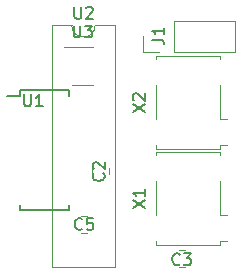
<source format=gbr>
G04 #@! TF.GenerationSoftware,KiCad,Pcbnew,(5.1.5)-3*
G04 #@! TF.CreationDate,2020-06-21T14:40:10-04:00*
G04 #@! TF.ProjectId,8701Duo,38373031-4475-46f2-9e6b-696361645f70,rev?*
G04 #@! TF.SameCoordinates,Original*
G04 #@! TF.FileFunction,Legend,Top*
G04 #@! TF.FilePolarity,Positive*
%FSLAX46Y46*%
G04 Gerber Fmt 4.6, Leading zero omitted, Abs format (unit mm)*
G04 Created by KiCad (PCBNEW (5.1.5)-3) date 2020-06-21 14:40:10*
%MOMM*%
%LPD*%
G04 APERTURE LIST*
%ADD10C,0.120000*%
%ADD11C,0.150000*%
G04 APERTURE END LIST*
D10*
X85840500Y-71747748D02*
X85840500Y-72270252D01*
X87260500Y-71747748D02*
X87260500Y-72270252D01*
X97913500Y-61909000D02*
X97913500Y-59249000D01*
X92773500Y-61909000D02*
X97913500Y-61909000D01*
X92773500Y-59249000D02*
X97913500Y-59249000D01*
X92773500Y-61909000D02*
X92773500Y-59249000D01*
X91503500Y-61909000D02*
X90173500Y-61909000D01*
X90173500Y-61909000D02*
X90173500Y-60579000D01*
D11*
X79713000Y-65151000D02*
X79713000Y-65631000D01*
X83863000Y-65151000D02*
X83863000Y-65631000D01*
X83863000Y-75311000D02*
X83863000Y-74831000D01*
X79713000Y-75311000D02*
X79713000Y-74831000D01*
X79713000Y-65151000D02*
X83863000Y-65151000D01*
X79713000Y-75311000D02*
X83863000Y-75311000D01*
X79713000Y-65631000D02*
X78588000Y-65631000D01*
D10*
X86090000Y-59630000D02*
G75*
G02X84090000Y-59630000I-1000000J0D01*
G01*
X84090000Y-59630000D02*
X82440000Y-59630000D01*
X82440000Y-59630000D02*
X82440000Y-80070000D01*
X82440000Y-80070000D02*
X87740000Y-80070000D01*
X87740000Y-80070000D02*
X87740000Y-59630000D01*
X87740000Y-59630000D02*
X86090000Y-59630000D01*
X84892248Y-75807500D02*
X85414752Y-75807500D01*
X84892248Y-77227500D02*
X85414752Y-77227500D01*
X96616500Y-75735000D02*
X97216500Y-75735000D01*
X96616500Y-72855000D02*
X96616500Y-75735000D01*
X91216500Y-78245000D02*
X91216500Y-77935000D01*
X96616500Y-78245000D02*
X91216500Y-78245000D01*
X96616500Y-77935000D02*
X96616500Y-78245000D01*
X97216500Y-77935000D02*
X96616500Y-77935000D01*
X91216500Y-75735000D02*
X91216500Y-72855000D01*
X96616500Y-70345000D02*
X96616500Y-70655000D01*
X91216500Y-70345000D02*
X96616500Y-70345000D01*
X91216500Y-70655000D02*
X91216500Y-70345000D01*
X91216500Y-62527000D02*
X91216500Y-62217000D01*
X91216500Y-62217000D02*
X96616500Y-62217000D01*
X96616500Y-62217000D02*
X96616500Y-62527000D01*
X91216500Y-67607000D02*
X91216500Y-64727000D01*
X97216500Y-69807000D02*
X96616500Y-69807000D01*
X96616500Y-69807000D02*
X96616500Y-70117000D01*
X96616500Y-70117000D02*
X91216500Y-70117000D01*
X91216500Y-70117000D02*
X91216500Y-69807000D01*
X96616500Y-64727000D02*
X96616500Y-67607000D01*
X96616500Y-67607000D02*
X97216500Y-67607000D01*
X93669752Y-80085000D02*
X93147248Y-80085000D01*
X93669752Y-78665000D02*
X93147248Y-78665000D01*
X84126500Y-64729000D02*
X85926500Y-64729000D01*
X85926500Y-61509000D02*
X83476500Y-61509000D01*
D11*
X86780642Y-72175666D02*
X86828261Y-72223285D01*
X86875880Y-72366142D01*
X86875880Y-72461380D01*
X86828261Y-72604238D01*
X86733023Y-72699476D01*
X86637785Y-72747095D01*
X86447309Y-72794714D01*
X86304452Y-72794714D01*
X86113976Y-72747095D01*
X86018738Y-72699476D01*
X85923500Y-72604238D01*
X85875880Y-72461380D01*
X85875880Y-72366142D01*
X85923500Y-72223285D01*
X85971119Y-72175666D01*
X85971119Y-71794714D02*
X85923500Y-71747095D01*
X85875880Y-71651857D01*
X85875880Y-71413761D01*
X85923500Y-71318523D01*
X85971119Y-71270904D01*
X86066357Y-71223285D01*
X86161595Y-71223285D01*
X86304452Y-71270904D01*
X86875880Y-71842333D01*
X86875880Y-71223285D01*
X90892380Y-60848833D02*
X91606666Y-60848833D01*
X91749523Y-60896452D01*
X91844761Y-60991690D01*
X91892380Y-61134547D01*
X91892380Y-61229785D01*
X91892380Y-59848833D02*
X91892380Y-60420261D01*
X91892380Y-60134547D02*
X90892380Y-60134547D01*
X91035238Y-60229785D01*
X91130476Y-60325023D01*
X91178095Y-60420261D01*
X80073595Y-65492380D02*
X80073595Y-66301904D01*
X80121214Y-66397142D01*
X80168833Y-66444761D01*
X80264071Y-66492380D01*
X80454547Y-66492380D01*
X80549785Y-66444761D01*
X80597404Y-66397142D01*
X80645023Y-66301904D01*
X80645023Y-65492380D01*
X81645023Y-66492380D02*
X81073595Y-66492380D01*
X81359309Y-66492380D02*
X81359309Y-65492380D01*
X81264071Y-65635238D01*
X81168833Y-65730476D01*
X81073595Y-65778095D01*
X84328095Y-58082380D02*
X84328095Y-58891904D01*
X84375714Y-58987142D01*
X84423333Y-59034761D01*
X84518571Y-59082380D01*
X84709047Y-59082380D01*
X84804285Y-59034761D01*
X84851904Y-58987142D01*
X84899523Y-58891904D01*
X84899523Y-58082380D01*
X85328095Y-58177619D02*
X85375714Y-58130000D01*
X85470952Y-58082380D01*
X85709047Y-58082380D01*
X85804285Y-58130000D01*
X85851904Y-58177619D01*
X85899523Y-58272857D01*
X85899523Y-58368095D01*
X85851904Y-58510952D01*
X85280476Y-59082380D01*
X85899523Y-59082380D01*
X84986833Y-76874642D02*
X84939214Y-76922261D01*
X84796357Y-76969880D01*
X84701119Y-76969880D01*
X84558261Y-76922261D01*
X84463023Y-76827023D01*
X84415404Y-76731785D01*
X84367785Y-76541309D01*
X84367785Y-76398452D01*
X84415404Y-76207976D01*
X84463023Y-76112738D01*
X84558261Y-76017500D01*
X84701119Y-75969880D01*
X84796357Y-75969880D01*
X84939214Y-76017500D01*
X84986833Y-76065119D01*
X85891595Y-75969880D02*
X85415404Y-75969880D01*
X85367785Y-76446071D01*
X85415404Y-76398452D01*
X85510642Y-76350833D01*
X85748738Y-76350833D01*
X85843976Y-76398452D01*
X85891595Y-76446071D01*
X85939214Y-76541309D01*
X85939214Y-76779404D01*
X85891595Y-76874642D01*
X85843976Y-76922261D01*
X85748738Y-76969880D01*
X85510642Y-76969880D01*
X85415404Y-76922261D01*
X85367785Y-76874642D01*
X89268880Y-75104523D02*
X90268880Y-74437857D01*
X89268880Y-74437857D02*
X90268880Y-75104523D01*
X90268880Y-73533095D02*
X90268880Y-74104523D01*
X90268880Y-73818809D02*
X89268880Y-73818809D01*
X89411738Y-73914047D01*
X89506976Y-74009285D01*
X89554595Y-74104523D01*
X89268880Y-66976523D02*
X90268880Y-66309857D01*
X89268880Y-66309857D02*
X90268880Y-66976523D01*
X89364119Y-65976523D02*
X89316500Y-65928904D01*
X89268880Y-65833666D01*
X89268880Y-65595571D01*
X89316500Y-65500333D01*
X89364119Y-65452714D01*
X89459357Y-65405095D01*
X89554595Y-65405095D01*
X89697452Y-65452714D01*
X90268880Y-66024142D01*
X90268880Y-65405095D01*
X93241833Y-79859142D02*
X93194214Y-79906761D01*
X93051357Y-79954380D01*
X92956119Y-79954380D01*
X92813261Y-79906761D01*
X92718023Y-79811523D01*
X92670404Y-79716285D01*
X92622785Y-79525809D01*
X92622785Y-79382952D01*
X92670404Y-79192476D01*
X92718023Y-79097238D01*
X92813261Y-79002000D01*
X92956119Y-78954380D01*
X93051357Y-78954380D01*
X93194214Y-79002000D01*
X93241833Y-79049619D01*
X93575166Y-78954380D02*
X94194214Y-78954380D01*
X93860880Y-79335333D01*
X94003738Y-79335333D01*
X94098976Y-79382952D01*
X94146595Y-79430571D01*
X94194214Y-79525809D01*
X94194214Y-79763904D01*
X94146595Y-79859142D01*
X94098976Y-79906761D01*
X94003738Y-79954380D01*
X93718023Y-79954380D01*
X93622785Y-79906761D01*
X93575166Y-79859142D01*
X84264595Y-59671380D02*
X84264595Y-60480904D01*
X84312214Y-60576142D01*
X84359833Y-60623761D01*
X84455071Y-60671380D01*
X84645547Y-60671380D01*
X84740785Y-60623761D01*
X84788404Y-60576142D01*
X84836023Y-60480904D01*
X84836023Y-59671380D01*
X85216976Y-59671380D02*
X85836023Y-59671380D01*
X85502690Y-60052333D01*
X85645547Y-60052333D01*
X85740785Y-60099952D01*
X85788404Y-60147571D01*
X85836023Y-60242809D01*
X85836023Y-60480904D01*
X85788404Y-60576142D01*
X85740785Y-60623761D01*
X85645547Y-60671380D01*
X85359833Y-60671380D01*
X85264595Y-60623761D01*
X85216976Y-60576142D01*
M02*

</source>
